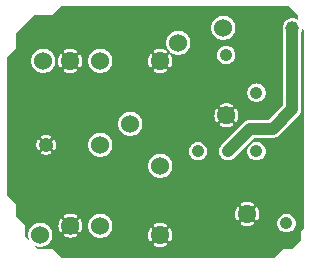
<source format=gbr>
G04 start of page 4 for group 2 idx 2 *
G04 Title: (unknown), gnd *
G04 Creator: pcb 20110918 *
G04 CreationDate: Fri Sep 12 16:05:54 2014 UTC *
G04 For: fosse *
G04 Format: Gerber/RS-274X *
G04 PCB-Dimensions: 300000 300000 *
G04 PCB-Coordinate-Origin: lower left *
%MOIN*%
%FSLAX25Y25*%
%LNGROUP2*%
%ADD38C,0.0350*%
%ADD37C,0.0200*%
%ADD36C,0.0410*%
%ADD35C,0.0600*%
%ADD34C,0.0460*%
%ADD33C,0.0400*%
%ADD32C,0.0001*%
G54D32*G36*
X87995Y294000D02*X99000D01*
X102000Y291000D01*
Y289132D01*
X101946Y289178D01*
X101503Y289449D01*
X101023Y289648D01*
X100518Y289769D01*
X100000Y289810D01*
X99482Y289769D01*
X98977Y289648D01*
X98497Y289449D01*
X98054Y289178D01*
X97659Y288841D01*
X97322Y288446D01*
X97051Y288003D01*
X96852Y287523D01*
X96731Y287018D01*
X96690Y286500D01*
X96731Y285982D01*
X96852Y285477D01*
X97000Y285119D01*
Y260743D01*
X92257Y256000D01*
X87995D01*
Y261941D01*
X88000Y261941D01*
X88479Y261978D01*
X88945Y262090D01*
X89389Y262274D01*
X89798Y262525D01*
X90163Y262837D01*
X90475Y263202D01*
X90726Y263611D01*
X90910Y264055D01*
X91022Y264521D01*
X91050Y265000D01*
X91022Y265479D01*
X90910Y265945D01*
X90726Y266389D01*
X90475Y266798D01*
X90163Y267163D01*
X89798Y267475D01*
X89389Y267726D01*
X88945Y267910D01*
X88479Y268022D01*
X88000Y268059D01*
X87995Y268059D01*
Y294000D01*
G37*
G36*
X97995Y253253D02*X102038Y257296D01*
X102128Y257372D01*
X102434Y257731D01*
X102435Y257731D01*
X102681Y258134D01*
X102862Y258570D01*
X102972Y259029D01*
X103009Y259500D01*
X103000Y259618D01*
Y285119D01*
X103148Y285477D01*
X103269Y285982D01*
X103300Y286500D01*
X103287Y286713D01*
X104000Y286000D01*
Y220000D01*
X103000Y219000D01*
Y216000D01*
X100000Y213000D01*
X97995D01*
Y218441D01*
X98000Y218441D01*
X98479Y218478D01*
X98945Y218590D01*
X99389Y218774D01*
X99798Y219025D01*
X100163Y219337D01*
X100475Y219702D01*
X100726Y220111D01*
X100910Y220555D01*
X101022Y221021D01*
X101050Y221500D01*
X101022Y221979D01*
X100910Y222445D01*
X100726Y222889D01*
X100475Y223298D01*
X100163Y223663D01*
X99798Y223975D01*
X99389Y224226D01*
X98945Y224410D01*
X98479Y224522D01*
X98000Y224559D01*
X97995Y224559D01*
Y253253D01*
G37*
G36*
X87995Y250000D02*X93382D01*
X93500Y249991D01*
X93971Y250028D01*
X93971Y250028D01*
X94430Y250138D01*
X94866Y250319D01*
X95269Y250565D01*
X95628Y250872D01*
X95704Y250962D01*
X97995Y253253D01*
Y224559D01*
X97521Y224522D01*
X97055Y224410D01*
X96611Y224226D01*
X96202Y223975D01*
X95837Y223663D01*
X95525Y223298D01*
X95274Y222889D01*
X95090Y222445D01*
X94978Y221979D01*
X94941Y221500D01*
X94978Y221021D01*
X95090Y220555D01*
X95274Y220111D01*
X95525Y219702D01*
X95837Y219337D01*
X96202Y219025D01*
X96611Y218774D01*
X97055Y218590D01*
X97521Y218478D01*
X97995Y218441D01*
Y213000D01*
X97000D01*
X94000Y210000D01*
X87995D01*
Y222444D01*
X88038Y222447D01*
X88115Y222463D01*
X88189Y222491D01*
X88257Y222530D01*
X88318Y222579D01*
X88371Y222638D01*
X88413Y222704D01*
X88576Y223029D01*
X88705Y223369D01*
X88803Y223719D01*
X88869Y224077D01*
X88902Y224439D01*
Y224803D01*
X88869Y225165D01*
X88803Y225523D01*
X88705Y225873D01*
X88576Y226213D01*
X88417Y226540D01*
X88374Y226606D01*
X88321Y226665D01*
X88259Y226715D01*
X88190Y226754D01*
X88116Y226782D01*
X88039Y226798D01*
X87995Y226801D01*
Y242441D01*
X88000Y242441D01*
X88479Y242478D01*
X88945Y242590D01*
X89389Y242774D01*
X89798Y243025D01*
X90163Y243337D01*
X90475Y243702D01*
X90726Y244111D01*
X90910Y244555D01*
X91022Y245021D01*
X91050Y245500D01*
X91022Y245979D01*
X90910Y246445D01*
X90726Y246889D01*
X90475Y247298D01*
X90163Y247663D01*
X89798Y247975D01*
X89389Y248226D01*
X88945Y248410D01*
X88479Y248522D01*
X88000Y248559D01*
X87995Y248559D01*
Y250000D01*
G37*
G36*
X81284Y294000D02*X87995D01*
Y268059D01*
X87521Y268022D01*
X87055Y267910D01*
X86611Y267726D01*
X86202Y267475D01*
X85837Y267163D01*
X85525Y266798D01*
X85274Y266389D01*
X85090Y265945D01*
X84978Y265479D01*
X84941Y265000D01*
X84978Y264521D01*
X85090Y264055D01*
X85274Y263611D01*
X85525Y263202D01*
X85837Y262837D01*
X86202Y262525D01*
X86611Y262274D01*
X87055Y262090D01*
X87521Y261978D01*
X87995Y261941D01*
Y256000D01*
X86118D01*
X86000Y256009D01*
X85529Y255972D01*
X85070Y255862D01*
X84634Y255681D01*
X84231Y255435D01*
X84231Y255434D01*
X83872Y255128D01*
X83796Y255038D01*
X81284Y252526D01*
Y255369D01*
X81287Y255370D01*
X81355Y255409D01*
X81416Y255458D01*
X81469Y255517D01*
X81511Y255583D01*
X81674Y255908D01*
X81803Y256248D01*
X81901Y256598D01*
X81967Y256956D01*
X82000Y257318D01*
Y257682D01*
X81967Y258044D01*
X81901Y258402D01*
X81803Y258752D01*
X81674Y259092D01*
X81515Y259419D01*
X81472Y259485D01*
X81419Y259544D01*
X81357Y259594D01*
X81288Y259633D01*
X81284Y259635D01*
Y294000D01*
G37*
G36*
X78002D02*X81284D01*
Y259635D01*
X81214Y259661D01*
X81137Y259677D01*
X81058Y259681D01*
X80979Y259673D01*
X80903Y259652D01*
X80830Y259620D01*
X80764Y259577D01*
X80705Y259524D01*
X80656Y259462D01*
X80616Y259393D01*
X80588Y259319D01*
X80572Y259242D01*
X80568Y259163D01*
X80576Y259084D01*
X80597Y259007D01*
X80630Y258936D01*
X80753Y258693D01*
X80850Y258438D01*
X80923Y258176D01*
X80972Y257908D01*
X80997Y257636D01*
Y257364D01*
X80972Y257092D01*
X80923Y256824D01*
X80850Y256562D01*
X80753Y256307D01*
X80633Y256063D01*
X80600Y255991D01*
X80579Y255916D01*
X80571Y255837D01*
X80575Y255759D01*
X80591Y255682D01*
X80619Y255608D01*
X80658Y255540D01*
X80707Y255479D01*
X80766Y255426D01*
X80832Y255383D01*
X80904Y255351D01*
X80980Y255330D01*
X81058Y255322D01*
X81136Y255326D01*
X81213Y255342D01*
X81284Y255369D01*
Y252526D01*
X78002Y249244D01*
Y253500D01*
X78182D01*
X78544Y253533D01*
X78902Y253599D01*
X79252Y253697D01*
X79592Y253826D01*
X79919Y253985D01*
X79985Y254028D01*
X80044Y254081D01*
X80094Y254143D01*
X80133Y254212D01*
X80161Y254286D01*
X80177Y254363D01*
X80181Y254442D01*
X80173Y254521D01*
X80152Y254597D01*
X80120Y254670D01*
X80077Y254736D01*
X80024Y254795D01*
X79962Y254844D01*
X79893Y254884D01*
X79819Y254912D01*
X79742Y254928D01*
X79663Y254932D01*
X79584Y254924D01*
X79507Y254903D01*
X79436Y254870D01*
X79193Y254747D01*
X78938Y254650D01*
X78676Y254577D01*
X78408Y254528D01*
X78136Y254503D01*
X78002D01*
Y260497D01*
X78136D01*
X78408Y260472D01*
X78676Y260423D01*
X78938Y260350D01*
X79193Y260253D01*
X79437Y260133D01*
X79509Y260100D01*
X79584Y260079D01*
X79663Y260071D01*
X79741Y260075D01*
X79818Y260091D01*
X79892Y260119D01*
X79960Y260158D01*
X80021Y260207D01*
X80074Y260266D01*
X80117Y260332D01*
X80149Y260404D01*
X80170Y260480D01*
X80178Y260558D01*
X80174Y260636D01*
X80158Y260713D01*
X80130Y260787D01*
X80091Y260855D01*
X80042Y260916D01*
X79983Y260969D01*
X79917Y261011D01*
X79592Y261174D01*
X79252Y261303D01*
X78902Y261401D01*
X78544Y261467D01*
X78182Y261500D01*
X78002D01*
Y274569D01*
X78381Y274599D01*
X78847Y274711D01*
X79291Y274895D01*
X79700Y275146D01*
X80065Y275458D01*
X80377Y275823D01*
X80628Y276232D01*
X80812Y276676D01*
X80924Y277142D01*
X80952Y277621D01*
X80924Y278100D01*
X80812Y278566D01*
X80628Y279010D01*
X80377Y279419D01*
X80065Y279784D01*
X79700Y280096D01*
X79291Y280347D01*
X78847Y280531D01*
X78381Y280643D01*
X78002Y280673D01*
Y282771D01*
X78142Y282805D01*
X78724Y283046D01*
X79260Y283375D01*
X79739Y283784D01*
X80148Y284263D01*
X80477Y284799D01*
X80718Y285381D01*
X80865Y285993D01*
X80902Y286621D01*
X80865Y287249D01*
X80718Y287861D01*
X80477Y288443D01*
X80148Y288979D01*
X79739Y289458D01*
X79260Y289867D01*
X78724Y290196D01*
X78142Y290437D01*
X78002Y290471D01*
Y294000D01*
G37*
G36*
X84904Y247661D02*X87243Y250000D01*
X87995D01*
Y248559D01*
X87521Y248522D01*
X87055Y248410D01*
X86611Y248226D01*
X86202Y247975D01*
X85837Y247663D01*
X85525Y247298D01*
X85274Y246889D01*
X85090Y246445D01*
X84978Y245979D01*
X84941Y245500D01*
X84978Y245021D01*
X85090Y244555D01*
X85274Y244111D01*
X85525Y243702D01*
X85837Y243337D01*
X86202Y243025D01*
X86611Y242774D01*
X87055Y242590D01*
X87521Y242478D01*
X87995Y242441D01*
Y226801D01*
X87960Y226802D01*
X87881Y226794D01*
X87805Y226773D01*
X87732Y226741D01*
X87666Y226698D01*
X87607Y226645D01*
X87558Y226583D01*
X87518Y226514D01*
X87490Y226440D01*
X87474Y226363D01*
X87470Y226284D01*
X87478Y226205D01*
X87499Y226128D01*
X87532Y226057D01*
X87655Y225814D01*
X87752Y225559D01*
X87825Y225297D01*
X87874Y225029D01*
X87899Y224757D01*
Y224485D01*
X87874Y224213D01*
X87825Y223945D01*
X87752Y223683D01*
X87655Y223428D01*
X87535Y223184D01*
X87502Y223112D01*
X87481Y223036D01*
X87473Y222958D01*
X87477Y222880D01*
X87493Y222803D01*
X87521Y222729D01*
X87560Y222661D01*
X87609Y222600D01*
X87668Y222547D01*
X87734Y222504D01*
X87806Y222472D01*
X87882Y222451D01*
X87960Y222443D01*
X87995Y222444D01*
Y210000D01*
X84904D01*
Y220621D01*
X85084D01*
X85446Y220654D01*
X85804Y220720D01*
X86154Y220818D01*
X86494Y220947D01*
X86821Y221106D01*
X86887Y221149D01*
X86946Y221202D01*
X86996Y221264D01*
X87035Y221333D01*
X87063Y221407D01*
X87079Y221484D01*
X87083Y221563D01*
X87075Y221642D01*
X87054Y221718D01*
X87022Y221791D01*
X86979Y221857D01*
X86926Y221916D01*
X86864Y221965D01*
X86795Y222005D01*
X86721Y222033D01*
X86644Y222049D01*
X86565Y222053D01*
X86486Y222045D01*
X86409Y222024D01*
X86338Y221991D01*
X86095Y221868D01*
X85840Y221771D01*
X85578Y221698D01*
X85310Y221649D01*
X85038Y221624D01*
X84904D01*
Y227618D01*
X85038D01*
X85310Y227593D01*
X85578Y227544D01*
X85840Y227471D01*
X86095Y227374D01*
X86339Y227254D01*
X86411Y227221D01*
X86486Y227200D01*
X86565Y227192D01*
X86643Y227196D01*
X86720Y227212D01*
X86794Y227240D01*
X86862Y227279D01*
X86923Y227328D01*
X86976Y227387D01*
X87019Y227453D01*
X87051Y227525D01*
X87072Y227601D01*
X87080Y227679D01*
X87076Y227757D01*
X87060Y227834D01*
X87032Y227908D01*
X86993Y227976D01*
X86944Y228037D01*
X86885Y228090D01*
X86819Y228132D01*
X86494Y228295D01*
X86154Y228424D01*
X85804Y228522D01*
X85446Y228588D01*
X85084Y228621D01*
X84904D01*
Y247661D01*
G37*
G36*
X81618Y244376D02*X84904Y247661D01*
Y228621D01*
X84720D01*
X84358Y228588D01*
X84000Y228522D01*
X83650Y228424D01*
X83310Y228295D01*
X82983Y228136D01*
X82917Y228093D01*
X82858Y228040D01*
X82808Y227978D01*
X82769Y227909D01*
X82741Y227835D01*
X82725Y227758D01*
X82721Y227679D01*
X82729Y227600D01*
X82750Y227524D01*
X82782Y227451D01*
X82825Y227385D01*
X82878Y227326D01*
X82940Y227277D01*
X83009Y227237D01*
X83083Y227209D01*
X83160Y227193D01*
X83239Y227189D01*
X83318Y227197D01*
X83395Y227218D01*
X83466Y227251D01*
X83709Y227374D01*
X83964Y227471D01*
X84226Y227544D01*
X84494Y227593D01*
X84766Y227618D01*
X84904D01*
Y221624D01*
X84766D01*
X84494Y221649D01*
X84226Y221698D01*
X83964Y221771D01*
X83709Y221868D01*
X83465Y221988D01*
X83393Y222021D01*
X83317Y222042D01*
X83239Y222050D01*
X83161Y222046D01*
X83084Y222030D01*
X83010Y222002D01*
X82942Y221963D01*
X82881Y221914D01*
X82828Y221855D01*
X82785Y221789D01*
X82753Y221717D01*
X82732Y221641D01*
X82724Y221563D01*
X82728Y221485D01*
X82744Y221408D01*
X82772Y221334D01*
X82811Y221266D01*
X82860Y221205D01*
X82919Y221152D01*
X82985Y221110D01*
X83310Y220947D01*
X83650Y220818D01*
X84000Y220720D01*
X84358Y220654D01*
X84720Y220621D01*
X84904D01*
Y210000D01*
X81618D01*
Y222486D01*
X81688Y222460D01*
X81765Y222444D01*
X81844Y222440D01*
X81923Y222448D01*
X81999Y222469D01*
X82072Y222501D01*
X82138Y222544D01*
X82197Y222597D01*
X82246Y222659D01*
X82286Y222728D01*
X82314Y222802D01*
X82330Y222879D01*
X82334Y222958D01*
X82326Y223037D01*
X82305Y223114D01*
X82272Y223185D01*
X82149Y223428D01*
X82052Y223683D01*
X81979Y223945D01*
X81930Y224213D01*
X81905Y224485D01*
Y224757D01*
X81930Y225029D01*
X81979Y225297D01*
X82052Y225559D01*
X82149Y225814D01*
X82269Y226058D01*
X82302Y226130D01*
X82323Y226206D01*
X82331Y226284D01*
X82327Y226362D01*
X82311Y226439D01*
X82283Y226513D01*
X82244Y226581D01*
X82195Y226642D01*
X82136Y226695D01*
X82070Y226738D01*
X81998Y226770D01*
X81922Y226791D01*
X81844Y226799D01*
X81766Y226795D01*
X81689Y226779D01*
X81618Y226752D01*
Y244376D01*
G37*
G36*
X81024Y243781D02*X81618Y244376D01*
Y226752D01*
X81615Y226751D01*
X81547Y226712D01*
X81486Y226663D01*
X81433Y226604D01*
X81391Y226538D01*
X81228Y226213D01*
X81099Y225873D01*
X81001Y225523D01*
X80935Y225165D01*
X80902Y224803D01*
Y224439D01*
X80935Y224077D01*
X81001Y223719D01*
X81099Y223369D01*
X81228Y223029D01*
X81387Y222702D01*
X81430Y222636D01*
X81483Y222577D01*
X81545Y222527D01*
X81614Y222488D01*
X81618Y222486D01*
Y210000D01*
X78002D01*
Y242483D01*
X78021Y242478D01*
X78500Y242441D01*
X78979Y242478D01*
X79445Y242590D01*
X79889Y242774D01*
X80298Y243025D01*
X80663Y243337D01*
X80975Y243702D01*
X81024Y243781D01*
G37*
G36*
X74716Y294000D02*X78002D01*
Y290471D01*
X77530Y290584D01*
X76902Y290633D01*
X76274Y290584D01*
X75662Y290437D01*
X75080Y290196D01*
X74716Y289973D01*
Y294000D01*
G37*
G36*
X78002Y210000D02*X74716D01*
Y255365D01*
X74786Y255339D01*
X74863Y255323D01*
X74942Y255319D01*
X75021Y255327D01*
X75097Y255348D01*
X75170Y255380D01*
X75236Y255423D01*
X75295Y255476D01*
X75344Y255538D01*
X75384Y255607D01*
X75412Y255681D01*
X75428Y255758D01*
X75432Y255837D01*
X75424Y255916D01*
X75403Y255993D01*
X75370Y256064D01*
X75247Y256307D01*
X75150Y256562D01*
X75077Y256824D01*
X75028Y257092D01*
X75003Y257364D01*
Y257636D01*
X75028Y257908D01*
X75077Y258176D01*
X75150Y258438D01*
X75247Y258693D01*
X75367Y258937D01*
X75400Y259009D01*
X75421Y259085D01*
X75429Y259163D01*
X75425Y259241D01*
X75409Y259318D01*
X75381Y259392D01*
X75342Y259460D01*
X75293Y259521D01*
X75234Y259574D01*
X75168Y259617D01*
X75096Y259649D01*
X75020Y259670D01*
X74942Y259678D01*
X74864Y259674D01*
X74787Y259658D01*
X74716Y259631D01*
Y283269D01*
X75080Y283046D01*
X75662Y282805D01*
X76274Y282658D01*
X76902Y282609D01*
X77530Y282658D01*
X78002Y282771D01*
Y280673D01*
X77902Y280680D01*
X77423Y280643D01*
X76957Y280531D01*
X76513Y280347D01*
X76104Y280096D01*
X75739Y279784D01*
X75427Y279419D01*
X75176Y279010D01*
X74992Y278566D01*
X74880Y278100D01*
X74843Y277621D01*
X74880Y277142D01*
X74992Y276676D01*
X75176Y276232D01*
X75427Y275823D01*
X75739Y275458D01*
X76104Y275146D01*
X76513Y274895D01*
X76957Y274711D01*
X77423Y274599D01*
X77902Y274562D01*
X78002Y274569D01*
Y261500D01*
X77818D01*
X77456Y261467D01*
X77098Y261401D01*
X76748Y261303D01*
X76408Y261174D01*
X76081Y261015D01*
X76015Y260972D01*
X75956Y260919D01*
X75906Y260857D01*
X75867Y260788D01*
X75839Y260714D01*
X75823Y260637D01*
X75819Y260558D01*
X75827Y260479D01*
X75848Y260403D01*
X75880Y260330D01*
X75923Y260264D01*
X75976Y260205D01*
X76038Y260156D01*
X76107Y260116D01*
X76181Y260088D01*
X76258Y260072D01*
X76337Y260068D01*
X76416Y260076D01*
X76493Y260097D01*
X76564Y260130D01*
X76807Y260253D01*
X77062Y260350D01*
X77324Y260423D01*
X77592Y260472D01*
X77864Y260497D01*
X78002D01*
Y254503D01*
X77864D01*
X77592Y254528D01*
X77324Y254577D01*
X77062Y254650D01*
X76807Y254747D01*
X76563Y254867D01*
X76491Y254900D01*
X76415Y254921D01*
X76337Y254929D01*
X76259Y254925D01*
X76182Y254909D01*
X76108Y254881D01*
X76040Y254842D01*
X75979Y254793D01*
X75926Y254734D01*
X75883Y254668D01*
X75851Y254596D01*
X75830Y254520D01*
X75822Y254442D01*
X75826Y254364D01*
X75842Y254287D01*
X75870Y254213D01*
X75909Y254145D01*
X75958Y254084D01*
X76017Y254031D01*
X76083Y253989D01*
X76408Y253826D01*
X76748Y253697D01*
X77098Y253599D01*
X77456Y253533D01*
X77818Y253500D01*
X78002D01*
Y249244D01*
X76781Y248024D01*
X76702Y247975D01*
X76337Y247663D01*
X76025Y247298D01*
X75774Y246889D01*
X75590Y246445D01*
X75478Y245979D01*
X75441Y245500D01*
X75478Y245021D01*
X75590Y244555D01*
X75774Y244111D01*
X76025Y243702D01*
X76337Y243337D01*
X76702Y243025D01*
X77111Y242774D01*
X77555Y242590D01*
X78002Y242483D01*
Y210000D01*
G37*
G36*
X74716D02*X68495D01*
Y242441D01*
X68500Y242441D01*
X68979Y242478D01*
X69445Y242590D01*
X69889Y242774D01*
X70298Y243025D01*
X70663Y243337D01*
X70975Y243702D01*
X71226Y244111D01*
X71410Y244555D01*
X71522Y245021D01*
X71550Y245500D01*
X71522Y245979D01*
X71410Y246445D01*
X71226Y246889D01*
X70975Y247298D01*
X70663Y247663D01*
X70298Y247975D01*
X69889Y248226D01*
X69445Y248410D01*
X68979Y248522D01*
X68500Y248559D01*
X68495Y248559D01*
Y294000D01*
X74716D01*
Y289973D01*
X74544Y289867D01*
X74065Y289458D01*
X73656Y288979D01*
X73327Y288443D01*
X73086Y287861D01*
X72939Y287249D01*
X72890Y286621D01*
X72939Y285993D01*
X73086Y285381D01*
X73327Y284799D01*
X73656Y284263D01*
X74065Y283784D01*
X74544Y283375D01*
X74716Y283269D01*
Y259631D01*
X74713Y259630D01*
X74645Y259591D01*
X74584Y259542D01*
X74531Y259483D01*
X74489Y259417D01*
X74326Y259092D01*
X74197Y258752D01*
X74099Y258402D01*
X74033Y258044D01*
X74000Y257682D01*
Y257318D01*
X74033Y256956D01*
X74099Y256598D01*
X74197Y256248D01*
X74326Y255908D01*
X74485Y255581D01*
X74528Y255515D01*
X74581Y255456D01*
X74643Y255406D01*
X74712Y255367D01*
X74716Y255365D01*
Y210000D01*
G37*
G36*
X68495D02*X59186D01*
Y215490D01*
X59189Y215491D01*
X59257Y215530D01*
X59318Y215579D01*
X59371Y215638D01*
X59413Y215704D01*
X59576Y216029D01*
X59705Y216369D01*
X59803Y216719D01*
X59869Y217077D01*
X59902Y217439D01*
Y217803D01*
X59869Y218165D01*
X59803Y218523D01*
X59705Y218873D01*
X59576Y219213D01*
X59417Y219540D01*
X59374Y219606D01*
X59321Y219665D01*
X59259Y219715D01*
X59190Y219754D01*
X59186Y219756D01*
Y238324D01*
X59477Y238799D01*
X59718Y239381D01*
X59865Y239993D01*
X59902Y240621D01*
X59865Y241249D01*
X59718Y241861D01*
X59477Y242443D01*
X59186Y242918D01*
Y273490D01*
X59189Y273491D01*
X59257Y273530D01*
X59318Y273579D01*
X59371Y273638D01*
X59413Y273704D01*
X59576Y274029D01*
X59705Y274369D01*
X59803Y274719D01*
X59869Y275077D01*
X59902Y275439D01*
Y275803D01*
X59869Y276165D01*
X59803Y276523D01*
X59705Y276873D01*
X59576Y277213D01*
X59417Y277540D01*
X59374Y277606D01*
X59321Y277665D01*
X59259Y277715D01*
X59190Y277754D01*
X59186Y277756D01*
Y278681D01*
X59544Y278375D01*
X60080Y278046D01*
X60662Y277805D01*
X61274Y277658D01*
X61902Y277609D01*
X62530Y277658D01*
X63142Y277805D01*
X63724Y278046D01*
X64260Y278375D01*
X64739Y278784D01*
X65148Y279263D01*
X65477Y279799D01*
X65718Y280381D01*
X65865Y280993D01*
X65902Y281621D01*
X65865Y282249D01*
X65718Y282861D01*
X65477Y283443D01*
X65148Y283979D01*
X64739Y284458D01*
X64260Y284867D01*
X63724Y285196D01*
X63142Y285437D01*
X62530Y285584D01*
X61902Y285633D01*
X61274Y285584D01*
X60662Y285437D01*
X60080Y285196D01*
X59544Y284867D01*
X59186Y284561D01*
Y294000D01*
X68495D01*
Y248559D01*
X68021Y248522D01*
X67555Y248410D01*
X67111Y248226D01*
X66702Y247975D01*
X66337Y247663D01*
X66025Y247298D01*
X65774Y246889D01*
X65590Y246445D01*
X65478Y245979D01*
X65441Y245500D01*
X65478Y245021D01*
X65590Y244555D01*
X65774Y244111D01*
X66025Y243702D01*
X66337Y243337D01*
X66702Y243025D01*
X67111Y242774D01*
X67555Y242590D01*
X68021Y242478D01*
X68495Y242441D01*
Y210000D01*
G37*
G36*
X59186Y242918D02*X59148Y242979D01*
X58739Y243458D01*
X58260Y243867D01*
X57724Y244196D01*
X57142Y244437D01*
X56530Y244584D01*
X55904Y244633D01*
Y271621D01*
X56084D01*
X56446Y271654D01*
X56804Y271720D01*
X57154Y271818D01*
X57494Y271947D01*
X57821Y272106D01*
X57887Y272149D01*
X57946Y272202D01*
X57996Y272264D01*
X58035Y272333D01*
X58063Y272407D01*
X58079Y272484D01*
X58083Y272563D01*
X58075Y272642D01*
X58054Y272718D01*
X58022Y272791D01*
X57979Y272857D01*
X57926Y272916D01*
X57864Y272965D01*
X57795Y273005D01*
X57721Y273033D01*
X57644Y273049D01*
X57565Y273053D01*
X57486Y273045D01*
X57409Y273024D01*
X57338Y272991D01*
X57095Y272868D01*
X56840Y272771D01*
X56578Y272698D01*
X56310Y272649D01*
X56038Y272624D01*
X55904D01*
Y278618D01*
X56038D01*
X56310Y278593D01*
X56578Y278544D01*
X56840Y278471D01*
X57095Y278374D01*
X57339Y278254D01*
X57411Y278221D01*
X57486Y278200D01*
X57565Y278192D01*
X57643Y278196D01*
X57720Y278212D01*
X57794Y278240D01*
X57862Y278279D01*
X57923Y278328D01*
X57976Y278387D01*
X58019Y278453D01*
X58051Y278525D01*
X58072Y278601D01*
X58080Y278679D01*
X58076Y278757D01*
X58060Y278834D01*
X58032Y278908D01*
X57993Y278976D01*
X57944Y279037D01*
X57885Y279090D01*
X57819Y279132D01*
X57494Y279295D01*
X57154Y279424D01*
X56804Y279522D01*
X56446Y279588D01*
X56084Y279621D01*
X55904D01*
Y294000D01*
X59186D01*
Y284561D01*
X59065Y284458D01*
X58656Y283979D01*
X58327Y283443D01*
X58086Y282861D01*
X57939Y282249D01*
X57890Y281621D01*
X57939Y280993D01*
X58086Y280381D01*
X58327Y279799D01*
X58656Y279263D01*
X59065Y278784D01*
X59186Y278681D01*
Y277756D01*
X59116Y277782D01*
X59039Y277798D01*
X58960Y277802D01*
X58881Y277794D01*
X58805Y277773D01*
X58732Y277741D01*
X58666Y277698D01*
X58607Y277645D01*
X58558Y277583D01*
X58518Y277514D01*
X58490Y277440D01*
X58474Y277363D01*
X58470Y277284D01*
X58478Y277205D01*
X58499Y277128D01*
X58532Y277057D01*
X58655Y276814D01*
X58752Y276559D01*
X58825Y276297D01*
X58874Y276029D01*
X58899Y275757D01*
Y275485D01*
X58874Y275213D01*
X58825Y274945D01*
X58752Y274683D01*
X58655Y274428D01*
X58535Y274184D01*
X58502Y274112D01*
X58481Y274036D01*
X58473Y273958D01*
X58477Y273880D01*
X58493Y273803D01*
X58521Y273729D01*
X58560Y273661D01*
X58609Y273600D01*
X58668Y273547D01*
X58734Y273504D01*
X58806Y273472D01*
X58882Y273451D01*
X58960Y273443D01*
X59038Y273447D01*
X59115Y273463D01*
X59186Y273490D01*
Y242918D01*
G37*
G36*
Y210000D02*X55904D01*
Y213621D01*
X56084D01*
X56446Y213654D01*
X56804Y213720D01*
X57154Y213818D01*
X57494Y213947D01*
X57821Y214106D01*
X57887Y214149D01*
X57946Y214202D01*
X57996Y214264D01*
X58035Y214333D01*
X58063Y214407D01*
X58079Y214484D01*
X58083Y214563D01*
X58075Y214642D01*
X58054Y214718D01*
X58022Y214791D01*
X57979Y214857D01*
X57926Y214916D01*
X57864Y214965D01*
X57795Y215005D01*
X57721Y215033D01*
X57644Y215049D01*
X57565Y215053D01*
X57486Y215045D01*
X57409Y215024D01*
X57338Y214991D01*
X57095Y214868D01*
X56840Y214771D01*
X56578Y214698D01*
X56310Y214649D01*
X56038Y214624D01*
X55904D01*
Y220618D01*
X56038D01*
X56310Y220593D01*
X56578Y220544D01*
X56840Y220471D01*
X57095Y220374D01*
X57339Y220254D01*
X57411Y220221D01*
X57486Y220200D01*
X57565Y220192D01*
X57643Y220196D01*
X57720Y220212D01*
X57794Y220240D01*
X57862Y220279D01*
X57923Y220328D01*
X57976Y220387D01*
X58019Y220453D01*
X58051Y220525D01*
X58072Y220601D01*
X58080Y220679D01*
X58076Y220757D01*
X58060Y220834D01*
X58032Y220908D01*
X57993Y220976D01*
X57944Y221037D01*
X57885Y221090D01*
X57819Y221132D01*
X57494Y221295D01*
X57154Y221424D01*
X56804Y221522D01*
X56446Y221588D01*
X56084Y221621D01*
X55904D01*
Y236609D01*
X56530Y236658D01*
X57142Y236805D01*
X57724Y237046D01*
X58260Y237375D01*
X58739Y237784D01*
X59148Y238263D01*
X59186Y238324D01*
Y219756D01*
X59116Y219782D01*
X59039Y219798D01*
X58960Y219802D01*
X58881Y219794D01*
X58805Y219773D01*
X58732Y219741D01*
X58666Y219698D01*
X58607Y219645D01*
X58558Y219583D01*
X58518Y219514D01*
X58490Y219440D01*
X58474Y219363D01*
X58470Y219284D01*
X58478Y219205D01*
X58499Y219128D01*
X58532Y219057D01*
X58655Y218814D01*
X58752Y218559D01*
X58825Y218297D01*
X58874Y218029D01*
X58899Y217757D01*
Y217485D01*
X58874Y217213D01*
X58825Y216945D01*
X58752Y216683D01*
X58655Y216428D01*
X58535Y216184D01*
X58502Y216112D01*
X58481Y216036D01*
X58473Y215958D01*
X58477Y215880D01*
X58493Y215803D01*
X58521Y215729D01*
X58560Y215661D01*
X58609Y215600D01*
X58668Y215547D01*
X58734Y215504D01*
X58806Y215472D01*
X58882Y215451D01*
X58960Y215443D01*
X59038Y215447D01*
X59115Y215463D01*
X59186Y215490D01*
Y210000D01*
G37*
G36*
X52618Y294000D02*X55904D01*
Y279621D01*
X55720D01*
X55358Y279588D01*
X55000Y279522D01*
X54650Y279424D01*
X54310Y279295D01*
X53983Y279136D01*
X53917Y279093D01*
X53858Y279040D01*
X53808Y278978D01*
X53769Y278909D01*
X53741Y278835D01*
X53725Y278758D01*
X53721Y278679D01*
X53729Y278600D01*
X53750Y278524D01*
X53782Y278451D01*
X53825Y278385D01*
X53878Y278326D01*
X53940Y278277D01*
X54009Y278237D01*
X54083Y278209D01*
X54160Y278193D01*
X54239Y278189D01*
X54318Y278197D01*
X54395Y278218D01*
X54466Y278251D01*
X54709Y278374D01*
X54964Y278471D01*
X55226Y278544D01*
X55494Y278593D01*
X55766Y278618D01*
X55904D01*
Y272624D01*
X55766D01*
X55494Y272649D01*
X55226Y272698D01*
X54964Y272771D01*
X54709Y272868D01*
X54465Y272988D01*
X54393Y273021D01*
X54317Y273042D01*
X54239Y273050D01*
X54161Y273046D01*
X54084Y273030D01*
X54010Y273002D01*
X53942Y272963D01*
X53881Y272914D01*
X53828Y272855D01*
X53785Y272789D01*
X53753Y272717D01*
X53732Y272641D01*
X53724Y272563D01*
X53728Y272485D01*
X53744Y272408D01*
X53772Y272334D01*
X53811Y272266D01*
X53860Y272205D01*
X53919Y272152D01*
X53985Y272110D01*
X54310Y271947D01*
X54650Y271818D01*
X55000Y271720D01*
X55358Y271654D01*
X55720Y271621D01*
X55904D01*
Y244633D01*
X55902Y244633D01*
X55274Y244584D01*
X54662Y244437D01*
X54080Y244196D01*
X53544Y243867D01*
X53065Y243458D01*
X52656Y242979D01*
X52618Y242918D01*
Y273486D01*
X52688Y273460D01*
X52765Y273444D01*
X52844Y273440D01*
X52923Y273448D01*
X52999Y273469D01*
X53072Y273501D01*
X53138Y273544D01*
X53197Y273597D01*
X53246Y273659D01*
X53286Y273728D01*
X53314Y273802D01*
X53330Y273879D01*
X53334Y273958D01*
X53326Y274037D01*
X53305Y274114D01*
X53272Y274185D01*
X53149Y274428D01*
X53052Y274683D01*
X52979Y274945D01*
X52930Y275213D01*
X52905Y275485D01*
Y275757D01*
X52930Y276029D01*
X52979Y276297D01*
X53052Y276559D01*
X53149Y276814D01*
X53269Y277058D01*
X53302Y277130D01*
X53323Y277206D01*
X53331Y277284D01*
X53327Y277362D01*
X53311Y277439D01*
X53283Y277513D01*
X53244Y277581D01*
X53195Y277642D01*
X53136Y277695D01*
X53070Y277738D01*
X52998Y277770D01*
X52922Y277791D01*
X52844Y277799D01*
X52766Y277795D01*
X52689Y277779D01*
X52618Y277752D01*
Y294000D01*
G37*
G36*
X55904Y210000D02*X52618D01*
Y215486D01*
X52688Y215460D01*
X52765Y215444D01*
X52844Y215440D01*
X52923Y215448D01*
X52999Y215469D01*
X53072Y215501D01*
X53138Y215544D01*
X53197Y215597D01*
X53246Y215659D01*
X53286Y215728D01*
X53314Y215802D01*
X53330Y215879D01*
X53334Y215958D01*
X53326Y216037D01*
X53305Y216114D01*
X53272Y216185D01*
X53149Y216428D01*
X53052Y216683D01*
X52979Y216945D01*
X52930Y217213D01*
X52905Y217485D01*
Y217757D01*
X52930Y218029D01*
X52979Y218297D01*
X53052Y218559D01*
X53149Y218814D01*
X53269Y219058D01*
X53302Y219130D01*
X53323Y219206D01*
X53331Y219284D01*
X53327Y219362D01*
X53311Y219439D01*
X53283Y219513D01*
X53244Y219581D01*
X53195Y219642D01*
X53136Y219695D01*
X53070Y219738D01*
X52998Y219770D01*
X52922Y219791D01*
X52844Y219799D01*
X52766Y219795D01*
X52689Y219779D01*
X52618Y219752D01*
Y238324D01*
X52656Y238263D01*
X53065Y237784D01*
X53544Y237375D01*
X54080Y237046D01*
X54662Y236805D01*
X55274Y236658D01*
X55902Y236609D01*
X55904Y236609D01*
Y221621D01*
X55720D01*
X55358Y221588D01*
X55000Y221522D01*
X54650Y221424D01*
X54310Y221295D01*
X53983Y221136D01*
X53917Y221093D01*
X53858Y221040D01*
X53808Y220978D01*
X53769Y220909D01*
X53741Y220835D01*
X53725Y220758D01*
X53721Y220679D01*
X53729Y220600D01*
X53750Y220524D01*
X53782Y220451D01*
X53825Y220385D01*
X53878Y220326D01*
X53940Y220277D01*
X54009Y220237D01*
X54083Y220209D01*
X54160Y220193D01*
X54239Y220189D01*
X54318Y220197D01*
X54395Y220218D01*
X54466Y220251D01*
X54709Y220374D01*
X54964Y220471D01*
X55226Y220544D01*
X55494Y220593D01*
X55766Y220618D01*
X55904D01*
Y214624D01*
X55766D01*
X55494Y214649D01*
X55226Y214698D01*
X54964Y214771D01*
X54709Y214868D01*
X54465Y214988D01*
X54393Y215021D01*
X54317Y215042D01*
X54239Y215050D01*
X54161Y215046D01*
X54084Y215030D01*
X54010Y215002D01*
X53942Y214963D01*
X53881Y214914D01*
X53828Y214855D01*
X53785Y214789D01*
X53753Y214717D01*
X53732Y214641D01*
X53724Y214563D01*
X53728Y214485D01*
X53744Y214408D01*
X53772Y214334D01*
X53811Y214266D01*
X53860Y214205D01*
X53919Y214152D01*
X53985Y214110D01*
X54310Y213947D01*
X54650Y213818D01*
X55000Y213720D01*
X55358Y213654D01*
X55720Y213621D01*
X55904D01*
Y210000D01*
G37*
G36*
X52618D02*X45896D01*
Y250609D01*
X45902Y250609D01*
X46530Y250658D01*
X47142Y250805D01*
X47724Y251046D01*
X48260Y251375D01*
X48739Y251784D01*
X49148Y252263D01*
X49477Y252799D01*
X49718Y253381D01*
X49865Y253993D01*
X49902Y254621D01*
X49865Y255249D01*
X49718Y255861D01*
X49477Y256443D01*
X49148Y256979D01*
X48739Y257458D01*
X48260Y257867D01*
X47724Y258196D01*
X47142Y258437D01*
X46530Y258584D01*
X45902Y258633D01*
X45896Y258633D01*
Y294000D01*
X52618D01*
Y277752D01*
X52615Y277751D01*
X52547Y277712D01*
X52486Y277663D01*
X52433Y277604D01*
X52391Y277538D01*
X52228Y277213D01*
X52099Y276873D01*
X52001Y276523D01*
X51935Y276165D01*
X51902Y275803D01*
Y275439D01*
X51935Y275077D01*
X52001Y274719D01*
X52099Y274369D01*
X52228Y274029D01*
X52387Y273702D01*
X52430Y273636D01*
X52483Y273577D01*
X52545Y273527D01*
X52614Y273488D01*
X52618Y273486D01*
Y242918D01*
X52327Y242443D01*
X52086Y241861D01*
X51939Y241249D01*
X51890Y240621D01*
X51939Y239993D01*
X52086Y239381D01*
X52327Y238799D01*
X52618Y238324D01*
Y219752D01*
X52615Y219751D01*
X52547Y219712D01*
X52486Y219663D01*
X52433Y219604D01*
X52391Y219538D01*
X52228Y219213D01*
X52099Y218873D01*
X52001Y218523D01*
X51935Y218165D01*
X51902Y217803D01*
Y217439D01*
X51935Y217077D01*
X52001Y216719D01*
X52099Y216369D01*
X52228Y216029D01*
X52387Y215702D01*
X52430Y215636D01*
X52483Y215577D01*
X52545Y215527D01*
X52614Y215488D01*
X52618Y215486D01*
Y210000D01*
G37*
G36*
X45896D02*X35896D01*
Y216609D01*
X35902Y216609D01*
X36530Y216658D01*
X37142Y216805D01*
X37724Y217046D01*
X38260Y217375D01*
X38739Y217784D01*
X39148Y218263D01*
X39477Y218799D01*
X39718Y219381D01*
X39865Y219993D01*
X39902Y220621D01*
X39865Y221249D01*
X39718Y221861D01*
X39477Y222443D01*
X39148Y222979D01*
X38739Y223458D01*
X38260Y223867D01*
X37724Y224196D01*
X37142Y224437D01*
X36530Y224584D01*
X35902Y224633D01*
X35896Y224633D01*
Y243609D01*
X35902Y243609D01*
X36530Y243658D01*
X37142Y243805D01*
X37724Y244046D01*
X38260Y244375D01*
X38739Y244784D01*
X39148Y245263D01*
X39477Y245799D01*
X39718Y246381D01*
X39865Y246993D01*
X39902Y247621D01*
X39865Y248249D01*
X39718Y248861D01*
X39477Y249443D01*
X39148Y249979D01*
X38739Y250458D01*
X38260Y250867D01*
X37724Y251196D01*
X37142Y251437D01*
X36530Y251584D01*
X35902Y251633D01*
X35896Y251633D01*
Y271609D01*
X35902Y271609D01*
X36530Y271658D01*
X37142Y271805D01*
X37724Y272046D01*
X38260Y272375D01*
X38739Y272784D01*
X39148Y273263D01*
X39477Y273799D01*
X39718Y274381D01*
X39865Y274993D01*
X39902Y275621D01*
X39865Y276249D01*
X39718Y276861D01*
X39477Y277443D01*
X39148Y277979D01*
X38739Y278458D01*
X38260Y278867D01*
X37724Y279196D01*
X37142Y279437D01*
X36530Y279584D01*
X35902Y279633D01*
X35896Y279633D01*
Y294000D01*
X45896D01*
Y258633D01*
X45274Y258584D01*
X44662Y258437D01*
X44080Y258196D01*
X43544Y257867D01*
X43065Y257458D01*
X42656Y256979D01*
X42327Y256443D01*
X42086Y255861D01*
X41939Y255249D01*
X41890Y254621D01*
X41939Y253993D01*
X42086Y253381D01*
X42327Y252799D01*
X42656Y252263D01*
X43065Y251784D01*
X43544Y251375D01*
X44080Y251046D01*
X44662Y250805D01*
X45274Y250658D01*
X45896Y250609D01*
Y210000D01*
G37*
G36*
X35896D02*X29284D01*
Y218588D01*
X29287Y218589D01*
X29355Y218628D01*
X29416Y218677D01*
X29469Y218736D01*
X29511Y218802D01*
X29674Y219127D01*
X29803Y219467D01*
X29901Y219817D01*
X29967Y220175D01*
X30000Y220537D01*
Y220901D01*
X29967Y221263D01*
X29901Y221621D01*
X29803Y221971D01*
X29674Y222311D01*
X29515Y222638D01*
X29472Y222704D01*
X29419Y222763D01*
X29357Y222813D01*
X29288Y222852D01*
X29284Y222854D01*
Y273551D01*
X29318Y273579D01*
X29371Y273638D01*
X29413Y273704D01*
X29576Y274029D01*
X29705Y274369D01*
X29803Y274719D01*
X29869Y275077D01*
X29902Y275439D01*
Y275803D01*
X29869Y276165D01*
X29803Y276523D01*
X29705Y276873D01*
X29576Y277213D01*
X29417Y277540D01*
X29374Y277606D01*
X29321Y277665D01*
X29284Y277695D01*
Y294000D01*
X35896D01*
Y279633D01*
X35274Y279584D01*
X34662Y279437D01*
X34080Y279196D01*
X33544Y278867D01*
X33065Y278458D01*
X32656Y277979D01*
X32327Y277443D01*
X32086Y276861D01*
X31939Y276249D01*
X31890Y275621D01*
X31939Y274993D01*
X32086Y274381D01*
X32327Y273799D01*
X32656Y273263D01*
X33065Y272784D01*
X33544Y272375D01*
X34080Y272046D01*
X34662Y271805D01*
X35274Y271658D01*
X35896Y271609D01*
Y251633D01*
X35274Y251584D01*
X34662Y251437D01*
X34080Y251196D01*
X33544Y250867D01*
X33065Y250458D01*
X32656Y249979D01*
X32327Y249443D01*
X32086Y248861D01*
X31939Y248249D01*
X31890Y247621D01*
X31939Y246993D01*
X32086Y246381D01*
X32327Y245799D01*
X32656Y245263D01*
X33065Y244784D01*
X33544Y244375D01*
X34080Y244046D01*
X34662Y243805D01*
X35274Y243658D01*
X35896Y243609D01*
Y224633D01*
X35274Y224584D01*
X34662Y224437D01*
X34080Y224196D01*
X33544Y223867D01*
X33065Y223458D01*
X32656Y222979D01*
X32327Y222443D01*
X32086Y221861D01*
X31939Y221249D01*
X31890Y220621D01*
X31939Y219993D01*
X32086Y219381D01*
X32327Y218799D01*
X32656Y218263D01*
X33065Y217784D01*
X33544Y217375D01*
X34080Y217046D01*
X34662Y216805D01*
X35274Y216658D01*
X35896Y216609D01*
Y210000D01*
G37*
G36*
X29284D02*X26002D01*
Y216719D01*
X26182D01*
X26544Y216752D01*
X26902Y216818D01*
X27252Y216916D01*
X27592Y217045D01*
X27919Y217204D01*
X27985Y217247D01*
X28044Y217300D01*
X28094Y217362D01*
X28133Y217431D01*
X28161Y217505D01*
X28177Y217582D01*
X28181Y217661D01*
X28173Y217740D01*
X28152Y217816D01*
X28120Y217889D01*
X28077Y217955D01*
X28024Y218014D01*
X27962Y218063D01*
X27893Y218103D01*
X27819Y218131D01*
X27742Y218147D01*
X27663Y218151D01*
X27584Y218143D01*
X27507Y218122D01*
X27436Y218089D01*
X27193Y217966D01*
X26938Y217869D01*
X26676Y217796D01*
X26408Y217747D01*
X26136Y217722D01*
X26002D01*
Y223716D01*
X26136D01*
X26408Y223691D01*
X26676Y223642D01*
X26938Y223569D01*
X27193Y223472D01*
X27437Y223352D01*
X27509Y223319D01*
X27585Y223298D01*
X27663Y223290D01*
X27741Y223294D01*
X27818Y223310D01*
X27892Y223338D01*
X27960Y223377D01*
X28021Y223426D01*
X28074Y223485D01*
X28117Y223551D01*
X28149Y223623D01*
X28170Y223699D01*
X28178Y223777D01*
X28174Y223855D01*
X28158Y223932D01*
X28130Y224006D01*
X28091Y224074D01*
X28042Y224135D01*
X27983Y224188D01*
X27917Y224230D01*
X27592Y224393D01*
X27252Y224522D01*
X26902Y224620D01*
X26544Y224686D01*
X26182Y224719D01*
X26002D01*
Y271621D01*
X26084D01*
X26446Y271654D01*
X26804Y271720D01*
X27154Y271818D01*
X27494Y271947D01*
X27821Y272106D01*
X27887Y272149D01*
X27946Y272202D01*
X27996Y272264D01*
X28035Y272333D01*
X28063Y272407D01*
X28079Y272484D01*
X28083Y272563D01*
X28075Y272642D01*
X28054Y272718D01*
X28022Y272791D01*
X27979Y272857D01*
X27926Y272916D01*
X27864Y272965D01*
X27795Y273005D01*
X27721Y273033D01*
X27644Y273049D01*
X27565Y273053D01*
X27486Y273045D01*
X27409Y273024D01*
X27338Y272991D01*
X27095Y272868D01*
X26840Y272771D01*
X26578Y272698D01*
X26310Y272649D01*
X26038Y272624D01*
X26002D01*
Y278618D01*
X26038D01*
X26310Y278593D01*
X26578Y278544D01*
X26840Y278471D01*
X27095Y278374D01*
X27339Y278254D01*
X27411Y278221D01*
X27486Y278200D01*
X27565Y278192D01*
X27643Y278196D01*
X27720Y278212D01*
X27794Y278240D01*
X27862Y278279D01*
X27923Y278328D01*
X27976Y278387D01*
X28019Y278453D01*
X28051Y278525D01*
X28072Y278601D01*
X28080Y278679D01*
X28076Y278757D01*
X28060Y278834D01*
X28032Y278908D01*
X27993Y278976D01*
X27944Y279037D01*
X27885Y279090D01*
X27819Y279132D01*
X27494Y279295D01*
X27154Y279424D01*
X26804Y279522D01*
X26446Y279588D01*
X26084Y279621D01*
X26002D01*
Y294000D01*
X29284D01*
Y277695D01*
X29259Y277715D01*
X29190Y277754D01*
X29116Y277782D01*
X29039Y277798D01*
X28960Y277802D01*
X28881Y277794D01*
X28805Y277773D01*
X28732Y277741D01*
X28666Y277698D01*
X28607Y277645D01*
X28558Y277583D01*
X28518Y277514D01*
X28490Y277440D01*
X28474Y277363D01*
X28470Y277284D01*
X28478Y277205D01*
X28499Y277128D01*
X28532Y277057D01*
X28655Y276814D01*
X28752Y276559D01*
X28825Y276297D01*
X28874Y276029D01*
X28899Y275757D01*
Y275485D01*
X28874Y275213D01*
X28825Y274945D01*
X28752Y274683D01*
X28655Y274428D01*
X28535Y274184D01*
X28502Y274112D01*
X28481Y274036D01*
X28473Y273958D01*
X28477Y273880D01*
X28493Y273803D01*
X28521Y273729D01*
X28560Y273661D01*
X28609Y273600D01*
X28668Y273547D01*
X28734Y273504D01*
X28806Y273472D01*
X28882Y273451D01*
X28960Y273443D01*
X29038Y273447D01*
X29115Y273463D01*
X29189Y273491D01*
X29257Y273530D01*
X29284Y273551D01*
Y222854D01*
X29214Y222880D01*
X29137Y222896D01*
X29058Y222900D01*
X28979Y222892D01*
X28903Y222871D01*
X28830Y222839D01*
X28764Y222796D01*
X28705Y222743D01*
X28656Y222681D01*
X28616Y222612D01*
X28588Y222538D01*
X28572Y222461D01*
X28568Y222382D01*
X28576Y222303D01*
X28597Y222226D01*
X28630Y222155D01*
X28753Y221912D01*
X28850Y221657D01*
X28923Y221395D01*
X28972Y221127D01*
X28997Y220855D01*
Y220583D01*
X28972Y220311D01*
X28923Y220043D01*
X28850Y219781D01*
X28753Y219526D01*
X28633Y219282D01*
X28600Y219210D01*
X28579Y219134D01*
X28571Y219056D01*
X28575Y218978D01*
X28591Y218901D01*
X28619Y218827D01*
X28658Y218759D01*
X28707Y218698D01*
X28766Y218645D01*
X28832Y218602D01*
X28904Y218570D01*
X28980Y218549D01*
X29058Y218541D01*
X29136Y218545D01*
X29213Y218561D01*
X29284Y218588D01*
Y210000D01*
G37*
G36*
X26002D02*X23000D01*
X22716Y210284D01*
Y218584D01*
X22786Y218558D01*
X22863Y218542D01*
X22942Y218538D01*
X23021Y218546D01*
X23097Y218567D01*
X23170Y218599D01*
X23236Y218642D01*
X23295Y218695D01*
X23344Y218757D01*
X23384Y218826D01*
X23412Y218900D01*
X23428Y218977D01*
X23432Y219056D01*
X23424Y219135D01*
X23403Y219212D01*
X23370Y219283D01*
X23247Y219526D01*
X23150Y219781D01*
X23077Y220043D01*
X23028Y220311D01*
X23003Y220583D01*
Y220855D01*
X23028Y221127D01*
X23077Y221395D01*
X23150Y221657D01*
X23247Y221912D01*
X23367Y222156D01*
X23400Y222228D01*
X23421Y222304D01*
X23429Y222382D01*
X23425Y222460D01*
X23409Y222537D01*
X23381Y222611D01*
X23342Y222679D01*
X23293Y222740D01*
X23234Y222793D01*
X23168Y222836D01*
X23096Y222868D01*
X23020Y222889D01*
X22942Y222897D01*
X22864Y222893D01*
X22787Y222877D01*
X22716Y222850D01*
Y273454D01*
X22765Y273444D01*
X22844Y273440D01*
X22923Y273448D01*
X22999Y273469D01*
X23072Y273501D01*
X23138Y273544D01*
X23197Y273597D01*
X23246Y273659D01*
X23286Y273728D01*
X23314Y273802D01*
X23330Y273879D01*
X23334Y273958D01*
X23326Y274037D01*
X23305Y274114D01*
X23272Y274185D01*
X23149Y274428D01*
X23052Y274683D01*
X22979Y274945D01*
X22930Y275213D01*
X22905Y275485D01*
Y275757D01*
X22930Y276029D01*
X22979Y276297D01*
X23052Y276559D01*
X23149Y276814D01*
X23269Y277058D01*
X23302Y277130D01*
X23323Y277206D01*
X23331Y277284D01*
X23327Y277362D01*
X23311Y277439D01*
X23283Y277513D01*
X23244Y277581D01*
X23195Y277642D01*
X23136Y277695D01*
X23070Y277738D01*
X22998Y277770D01*
X22922Y277791D01*
X22844Y277799D01*
X22766Y277795D01*
X22716Y277785D01*
Y293716D01*
X23000Y294000D01*
X26002D01*
Y279621D01*
X25720D01*
X25358Y279588D01*
X25000Y279522D01*
X24650Y279424D01*
X24310Y279295D01*
X23983Y279136D01*
X23917Y279093D01*
X23858Y279040D01*
X23808Y278978D01*
X23769Y278909D01*
X23741Y278835D01*
X23725Y278758D01*
X23721Y278679D01*
X23729Y278600D01*
X23750Y278524D01*
X23782Y278451D01*
X23825Y278385D01*
X23878Y278326D01*
X23940Y278277D01*
X24009Y278237D01*
X24083Y278209D01*
X24160Y278193D01*
X24239Y278189D01*
X24318Y278197D01*
X24395Y278218D01*
X24466Y278251D01*
X24709Y278374D01*
X24964Y278471D01*
X25226Y278544D01*
X25494Y278593D01*
X25766Y278618D01*
X26002D01*
Y272624D01*
X25766D01*
X25494Y272649D01*
X25226Y272698D01*
X24964Y272771D01*
X24709Y272868D01*
X24465Y272988D01*
X24393Y273021D01*
X24317Y273042D01*
X24239Y273050D01*
X24161Y273046D01*
X24084Y273030D01*
X24010Y273002D01*
X23942Y272963D01*
X23881Y272914D01*
X23828Y272855D01*
X23785Y272789D01*
X23753Y272717D01*
X23732Y272641D01*
X23724Y272563D01*
X23728Y272485D01*
X23744Y272408D01*
X23772Y272334D01*
X23811Y272266D01*
X23860Y272205D01*
X23919Y272152D01*
X23985Y272110D01*
X24310Y271947D01*
X24650Y271818D01*
X25000Y271720D01*
X25358Y271654D01*
X25720Y271621D01*
X26002D01*
Y224719D01*
X25818D01*
X25456Y224686D01*
X25098Y224620D01*
X24748Y224522D01*
X24408Y224393D01*
X24081Y224234D01*
X24015Y224191D01*
X23956Y224138D01*
X23906Y224076D01*
X23867Y224007D01*
X23839Y223933D01*
X23823Y223856D01*
X23819Y223777D01*
X23827Y223698D01*
X23848Y223622D01*
X23880Y223549D01*
X23923Y223483D01*
X23976Y223424D01*
X24038Y223375D01*
X24107Y223335D01*
X24181Y223307D01*
X24258Y223291D01*
X24337Y223287D01*
X24416Y223295D01*
X24493Y223316D01*
X24564Y223349D01*
X24807Y223472D01*
X25062Y223569D01*
X25324Y223642D01*
X25592Y223691D01*
X25864Y223716D01*
X26002D01*
Y217722D01*
X25864D01*
X25592Y217747D01*
X25324Y217796D01*
X25062Y217869D01*
X24807Y217966D01*
X24563Y218086D01*
X24491Y218119D01*
X24415Y218140D01*
X24337Y218148D01*
X24259Y218144D01*
X24182Y218128D01*
X24108Y218100D01*
X24040Y218061D01*
X23979Y218012D01*
X23926Y217953D01*
X23883Y217887D01*
X23851Y217815D01*
X23830Y217739D01*
X23822Y217661D01*
X23826Y217583D01*
X23842Y217506D01*
X23870Y217432D01*
X23909Y217364D01*
X23958Y217303D01*
X24017Y217250D01*
X24083Y217208D01*
X24408Y217045D01*
X24748Y216916D01*
X25098Y216818D01*
X25456Y216752D01*
X25818Y216719D01*
X26002D01*
Y210000D01*
G37*
G36*
X22716Y210284D02*X20574Y212426D01*
Y245974D01*
X20624Y245988D01*
X20696Y246022D01*
X20761Y246065D01*
X20819Y246119D01*
X20867Y246181D01*
X20904Y246251D01*
X21024Y246541D01*
X21113Y246842D01*
X21172Y247151D01*
X21202Y247464D01*
Y247778D01*
X21172Y248091D01*
X21113Y248400D01*
X21024Y248701D01*
X20907Y248993D01*
X20869Y249062D01*
X20821Y249125D01*
X20763Y249179D01*
X20697Y249223D01*
X20625Y249256D01*
X20574Y249271D01*
Y274033D01*
X20718Y274381D01*
X20865Y274993D01*
X20902Y275621D01*
X20865Y276249D01*
X20718Y276861D01*
X20574Y277209D01*
Y291574D01*
X22716Y293716D01*
Y277785D01*
X22689Y277779D01*
X22615Y277751D01*
X22547Y277712D01*
X22486Y277663D01*
X22433Y277604D01*
X22391Y277538D01*
X22228Y277213D01*
X22099Y276873D01*
X22001Y276523D01*
X21935Y276165D01*
X21902Y275803D01*
Y275439D01*
X21935Y275077D01*
X22001Y274719D01*
X22099Y274369D01*
X22228Y274029D01*
X22387Y273702D01*
X22430Y273636D01*
X22483Y273577D01*
X22545Y273527D01*
X22614Y273488D01*
X22688Y273460D01*
X22716Y273454D01*
Y222850D01*
X22713Y222849D01*
X22645Y222810D01*
X22584Y222761D01*
X22531Y222702D01*
X22489Y222636D01*
X22326Y222311D01*
X22197Y221971D01*
X22099Y221621D01*
X22033Y221263D01*
X22000Y220901D01*
Y220537D01*
X22033Y220175D01*
X22099Y219817D01*
X22197Y219467D01*
X22326Y219127D01*
X22485Y218800D01*
X22528Y218734D01*
X22581Y218675D01*
X22643Y218625D01*
X22712Y218586D01*
X22716Y218584D01*
Y210284D01*
G37*
G36*
X20574Y277209D02*X20477Y277443D01*
X20148Y277979D01*
X19739Y278458D01*
X19260Y278867D01*
X18724Y279196D01*
X18142Y279437D01*
X17903Y279494D01*
Y291000D01*
X20000D01*
X20574Y291574D01*
Y277209D01*
G37*
G36*
Y212426D02*X20000Y213000D01*
X17903D01*
Y214156D01*
X18260Y214375D01*
X18739Y214784D01*
X19148Y215263D01*
X19477Y215799D01*
X19718Y216381D01*
X19865Y216993D01*
X19902Y217621D01*
X19865Y218249D01*
X19718Y218861D01*
X19477Y219443D01*
X19148Y219979D01*
X18739Y220458D01*
X18260Y220867D01*
X17903Y221086D01*
Y244321D01*
X18059D01*
X18372Y244351D01*
X18681Y244410D01*
X18982Y244499D01*
X19274Y244616D01*
X19343Y244654D01*
X19406Y244702D01*
X19460Y244760D01*
X19504Y244826D01*
X19537Y244898D01*
X19559Y244974D01*
X19568Y245052D01*
X19566Y245131D01*
X19551Y245209D01*
X19523Y245283D01*
X19485Y245352D01*
X19436Y245415D01*
X19378Y245469D01*
X19313Y245513D01*
X19241Y245546D01*
X19165Y245568D01*
X19086Y245578D01*
X19007Y245575D01*
X18930Y245560D01*
X18856Y245531D01*
X18654Y245447D01*
X18444Y245386D01*
X18229Y245344D01*
X18011Y245324D01*
X17903D01*
Y249918D01*
X18011D01*
X18229Y249898D01*
X18444Y249856D01*
X18654Y249795D01*
X18857Y249713D01*
X18930Y249685D01*
X19008Y249670D01*
X19086Y249667D01*
X19164Y249677D01*
X19240Y249698D01*
X19311Y249731D01*
X19377Y249775D01*
X19434Y249829D01*
X19483Y249891D01*
X19521Y249960D01*
X19548Y250034D01*
X19563Y250111D01*
X19566Y250190D01*
X19556Y250268D01*
X19535Y250343D01*
X19501Y250415D01*
X19458Y250480D01*
X19404Y250538D01*
X19342Y250586D01*
X19272Y250623D01*
X18982Y250743D01*
X18681Y250832D01*
X18372Y250891D01*
X18059Y250921D01*
X17903D01*
Y271748D01*
X18142Y271805D01*
X18724Y272046D01*
X19260Y272375D01*
X19739Y272784D01*
X20148Y273263D01*
X20477Y273799D01*
X20574Y274033D01*
Y249271D01*
X20549Y249278D01*
X20471Y249287D01*
X20392Y249285D01*
X20314Y249270D01*
X20240Y249242D01*
X20171Y249204D01*
X20108Y249155D01*
X20054Y249097D01*
X20010Y249032D01*
X19977Y248960D01*
X19955Y248884D01*
X19945Y248805D01*
X19948Y248726D01*
X19963Y248649D01*
X19992Y248575D01*
X20076Y248373D01*
X20137Y248163D01*
X20179Y247948D01*
X20199Y247730D01*
Y247512D01*
X20179Y247294D01*
X20137Y247079D01*
X20076Y246869D01*
X19994Y246666D01*
X19966Y246593D01*
X19951Y246515D01*
X19948Y246437D01*
X19958Y246359D01*
X19979Y246283D01*
X20012Y246212D01*
X20056Y246146D01*
X20110Y246089D01*
X20172Y246040D01*
X20241Y246002D01*
X20315Y245975D01*
X20392Y245960D01*
X20471Y245957D01*
X20549Y245967D01*
X20574Y245974D01*
Y212426D01*
G37*
G36*
X15230Y291000D02*X17903D01*
Y279494D01*
X17530Y279584D01*
X16902Y279633D01*
X16274Y279584D01*
X15662Y279437D01*
X15230Y279258D01*
Y291000D01*
G37*
G36*
X17903Y221086D02*X17724Y221196D01*
X17142Y221437D01*
X16530Y221584D01*
X15902Y221633D01*
X15274Y221584D01*
X15230Y221573D01*
Y245971D01*
X15255Y245964D01*
X15333Y245955D01*
X15412Y245957D01*
X15490Y245972D01*
X15564Y246000D01*
X15633Y246038D01*
X15696Y246087D01*
X15750Y246145D01*
X15794Y246210D01*
X15827Y246282D01*
X15849Y246358D01*
X15859Y246437D01*
X15856Y246516D01*
X15841Y246593D01*
X15812Y246667D01*
X15728Y246869D01*
X15667Y247079D01*
X15625Y247294D01*
X15605Y247512D01*
Y247730D01*
X15625Y247948D01*
X15667Y248163D01*
X15728Y248373D01*
X15810Y248576D01*
X15838Y248649D01*
X15853Y248727D01*
X15856Y248805D01*
X15846Y248883D01*
X15825Y248959D01*
X15792Y249030D01*
X15748Y249096D01*
X15694Y249153D01*
X15632Y249202D01*
X15563Y249240D01*
X15489Y249267D01*
X15412Y249282D01*
X15333Y249285D01*
X15255Y249275D01*
X15230Y249268D01*
Y271984D01*
X15662Y271805D01*
X16274Y271658D01*
X16902Y271609D01*
X17530Y271658D01*
X17903Y271748D01*
Y250921D01*
X17745D01*
X17432Y250891D01*
X17123Y250832D01*
X16822Y250743D01*
X16530Y250626D01*
X16461Y250588D01*
X16398Y250540D01*
X16344Y250482D01*
X16300Y250416D01*
X16267Y250344D01*
X16245Y250268D01*
X16236Y250190D01*
X16238Y250111D01*
X16253Y250033D01*
X16281Y249959D01*
X16319Y249890D01*
X16368Y249827D01*
X16426Y249773D01*
X16491Y249729D01*
X16563Y249696D01*
X16639Y249674D01*
X16718Y249664D01*
X16797Y249667D01*
X16874Y249682D01*
X16948Y249711D01*
X17150Y249795D01*
X17360Y249856D01*
X17575Y249898D01*
X17793Y249918D01*
X17903D01*
Y245324D01*
X17793D01*
X17575Y245344D01*
X17360Y245386D01*
X17150Y245447D01*
X16947Y245529D01*
X16874Y245557D01*
X16796Y245572D01*
X16718Y245575D01*
X16640Y245565D01*
X16564Y245544D01*
X16493Y245511D01*
X16427Y245467D01*
X16370Y245413D01*
X16321Y245351D01*
X16283Y245282D01*
X16256Y245208D01*
X16241Y245131D01*
X16238Y245052D01*
X16248Y244974D01*
X16269Y244899D01*
X16303Y244827D01*
X16346Y244762D01*
X16400Y244704D01*
X16462Y244656D01*
X16532Y244619D01*
X16822Y244499D01*
X17123Y244410D01*
X17432Y244351D01*
X17745Y244321D01*
X17903D01*
Y221086D01*
G37*
G36*
X15230Y221573D02*X14662Y221437D01*
X14080Y221196D01*
X13544Y220867D01*
X13065Y220458D01*
X12656Y219979D01*
X12327Y219443D01*
X12086Y218861D01*
X11939Y218249D01*
X11890Y217621D01*
X11939Y216993D01*
X12086Y216381D01*
X12327Y215799D01*
X12527Y215473D01*
X11000Y217000D01*
Y221000D01*
X8000Y224000D01*
Y228000D01*
X5000Y231000D01*
Y277000D01*
X8000Y280000D01*
Y285000D01*
X14000Y291000D01*
X15230D01*
Y279258D01*
X15080Y279196D01*
X14544Y278867D01*
X14065Y278458D01*
X13656Y277979D01*
X13327Y277443D01*
X13086Y276861D01*
X12939Y276249D01*
X12890Y275621D01*
X12939Y274993D01*
X13086Y274381D01*
X13327Y273799D01*
X13656Y273263D01*
X14065Y272784D01*
X14544Y272375D01*
X15080Y272046D01*
X15230Y271984D01*
Y249268D01*
X15180Y249254D01*
X15108Y249220D01*
X15043Y249177D01*
X14985Y249123D01*
X14937Y249061D01*
X14900Y248991D01*
X14780Y248701D01*
X14691Y248400D01*
X14632Y248091D01*
X14602Y247778D01*
Y247464D01*
X14632Y247151D01*
X14691Y246842D01*
X14780Y246541D01*
X14897Y246249D01*
X14935Y246180D01*
X14983Y246117D01*
X15041Y246063D01*
X15107Y246019D01*
X15179Y245986D01*
X15230Y245971D01*
Y221573D01*
G37*
G36*
X17903Y213000D02*X15000D01*
X13754Y214246D01*
X14080Y214046D01*
X14662Y213805D01*
X15274Y213658D01*
X15902Y213609D01*
X16530Y213658D01*
X17142Y213805D01*
X17724Y214046D01*
X17903Y214156D01*
Y213000D01*
G37*
G54D33*X100000Y286500D02*Y259500D01*
X93500Y253000D01*
X86000D01*
X78500Y245500D01*
G54D34*X17902Y247621D03*
G54D35*X25902Y275621D03*
X16902D03*
X35902D03*
X55902D03*
X35902Y247621D03*
X45902Y254621D03*
X61902Y281621D03*
G54D36*X77902Y277621D03*
G54D35*X76902Y286621D03*
G54D34*X100000Y286500D03*
G54D35*X84902Y224621D03*
G54D36*X88000Y265000D03*
Y245500D03*
G54D35*X55902Y240621D03*
G54D36*X68500Y245500D03*
G54D35*X78000Y257500D03*
G54D36*X78500Y245500D03*
G54D35*X26000Y220719D03*
X55902Y217621D03*
X35902Y220621D03*
G54D36*X98000Y221500D03*
G54D35*X15902Y217621D03*
G54D37*G54D38*G54D37*G54D38*G54D37*G54D38*G54D37*G54D38*G54D37*G54D38*G54D37*G54D38*G54D37*G54D38*M02*

</source>
